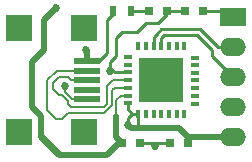
<source format=gbr>
G04 #@! TF.FileFunction,Copper,L1,Top,Signal*
%FSLAX46Y46*%
G04 Gerber Fmt 4.6, Leading zero omitted, Abs format (unit mm)*
G04 Created by KiCad (PCBNEW (2015-02-03 BZR 5404)-product) date 2016-5-14 22:59:46*
%MOMM*%
G01*
G04 APERTURE LIST*
%ADD10C,0.150000*%
%ADD11R,0.800000X0.750000*%
%ADD12R,0.797560X0.797560*%
%ADD13R,0.500000X0.900000*%
%ADD14R,0.800100X0.350520*%
%ADD15R,0.350520X0.800100*%
%ADD16R,1.899920X1.899920*%
%ADD17R,2.199640X1.524000*%
%ADD18O,2.199640X1.524000*%
%ADD19R,2.197100X2.197100*%
%ADD20R,2.197100X0.497840*%
%ADD21C,0.685800*%
%ADD22C,0.254000*%
%ADD23C,0.204000*%
%ADD24C,0.508000*%
G04 APERTURE END LIST*
D10*
D11*
X198386000Y-156210000D03*
X199886000Y-156210000D03*
X203950000Y-156210000D03*
X202450000Y-156210000D03*
X205220000Y-145034000D03*
X203720000Y-145034000D03*
D12*
X200672700Y-145034000D03*
X202171300Y-145034000D03*
D13*
X197624000Y-145034000D03*
X199124000Y-145034000D03*
D14*
X198826120Y-149575520D03*
X198826120Y-150225760D03*
X198826120Y-150876000D03*
X198826120Y-151526240D03*
D15*
X199725280Y-153728420D03*
X200375520Y-153728420D03*
X201025760Y-153728420D03*
X201676000Y-153728420D03*
X202326240Y-153728420D03*
X202976480Y-153728420D03*
X203626720Y-153728420D03*
D14*
X198826120Y-148925280D03*
D16*
X200726040Y-151825960D03*
X200726040Y-149926040D03*
X202625960Y-149926040D03*
X202625960Y-151825960D03*
D14*
X204528420Y-152877520D03*
X204528420Y-152227280D03*
X204528420Y-151577040D03*
X204528420Y-150876000D03*
X204528420Y-150276560D03*
X204528420Y-149626320D03*
X204528420Y-148976080D03*
D15*
X203626720Y-148026120D03*
X202976480Y-148026120D03*
X202326240Y-148026120D03*
X201676000Y-148026120D03*
X201025760Y-148026120D03*
X200375520Y-148026120D03*
X199725280Y-148026120D03*
D14*
X198826120Y-152176480D03*
X198826120Y-152826720D03*
D17*
X207772000Y-145542000D03*
D18*
X207772000Y-148082000D03*
X207772000Y-150622000D03*
X207772000Y-153162000D03*
X207772000Y-155702000D03*
D19*
X195135500Y-155305760D03*
D20*
X195414900Y-149278340D03*
X195414900Y-150078440D03*
X195414900Y-150876000D03*
X195414900Y-151673560D03*
X195414900Y-152473660D03*
D19*
X195135500Y-146446240D03*
X189636400Y-146446240D03*
X189636400Y-155305760D03*
D21*
X193548000Y-151384000D03*
X197358000Y-150114000D03*
X201168000Y-156464000D03*
X192786000Y-144780000D03*
X195326000Y-148336000D03*
X198882000Y-154686000D03*
D22*
X199886000Y-156210000D02*
X202450000Y-156210000D01*
X202171300Y-145300700D02*
X202171300Y-145288000D01*
X198374000Y-146812000D02*
X198628000Y-146812000D01*
X197866000Y-147320000D02*
X198374000Y-146812000D01*
X197866000Y-148844000D02*
X197866000Y-147320000D01*
X197358000Y-149352000D02*
X197866000Y-148844000D01*
X197358000Y-149860000D02*
X197358000Y-149352000D01*
X197485000Y-149987000D02*
X197358000Y-149860000D01*
X197723760Y-150225760D02*
X197485000Y-149987000D01*
X198826120Y-150225760D02*
X197723760Y-150225760D01*
X199644000Y-146812000D02*
X198628000Y-146812000D01*
X200406000Y-146050000D02*
X199644000Y-146812000D01*
X201422000Y-146050000D02*
X200406000Y-146050000D01*
X202171300Y-145300700D02*
X201422000Y-146050000D01*
X202171300Y-145034000D02*
X202171300Y-145300700D01*
X203720000Y-145034000D02*
X202171300Y-145034000D01*
D23*
X194129660Y-152473660D02*
X195414900Y-152473660D01*
X193548000Y-151892000D02*
X193548000Y-151638000D01*
X194129660Y-152473660D02*
X193548000Y-151892000D01*
X193548000Y-151384000D02*
X193548000Y-151638000D01*
D22*
X197485000Y-149987000D02*
X197358000Y-150114000D01*
X201422000Y-156210000D02*
X201168000Y-156464000D01*
X202450000Y-156210000D02*
X201422000Y-156210000D01*
X197866000Y-155690000D02*
X198386000Y-156210000D01*
X207518000Y-145288000D02*
X207772000Y-145542000D01*
D23*
X198243520Y-152176480D02*
X197866000Y-152554000D01*
X197866000Y-153924000D02*
X197866000Y-155690000D01*
X197866000Y-152554000D02*
X197866000Y-153924000D01*
X198826120Y-152176480D02*
X198243520Y-152176480D01*
D22*
X207264000Y-145034000D02*
X207772000Y-145542000D01*
X205220000Y-145034000D02*
X207264000Y-145034000D01*
X197104000Y-157226000D02*
X193294000Y-157226000D01*
X193294000Y-157226000D02*
X191516000Y-155448000D01*
X191516000Y-155448000D02*
X191516000Y-153924000D01*
X191516000Y-153924000D02*
X190754000Y-153162000D01*
X190754000Y-153162000D02*
X190754000Y-149352000D01*
X198120000Y-156210000D02*
X197104000Y-157226000D01*
D24*
X191770000Y-145796000D02*
X192786000Y-144780000D01*
X191770000Y-148336000D02*
X191770000Y-145796000D01*
X190754000Y-149352000D02*
X191770000Y-148336000D01*
X190754000Y-153162000D02*
X190754000Y-149352000D01*
X191516000Y-153924000D02*
X190754000Y-153162000D01*
X191516000Y-155702000D02*
X191516000Y-153924000D01*
X193040000Y-157226000D02*
X191516000Y-155702000D01*
X197104000Y-157226000D02*
X193040000Y-157226000D01*
X198120000Y-156210000D02*
X197104000Y-157226000D01*
X198386000Y-156210000D02*
X198120000Y-156210000D01*
X197866000Y-155690000D02*
X197866000Y-153924000D01*
X198386000Y-156210000D02*
X197866000Y-155690000D01*
D22*
X199194420Y-153728420D02*
X199725280Y-153728420D01*
X198826120Y-153360120D02*
X199194420Y-153728420D01*
X198826120Y-152826720D02*
X198826120Y-153360120D01*
X207264000Y-156210000D02*
X207772000Y-155702000D01*
X197612000Y-145300000D02*
X197624000Y-145288000D01*
X199898000Y-154940000D02*
X200406000Y-154940000D01*
X203200000Y-154940000D02*
X203950000Y-155690000D01*
X203950000Y-155690000D02*
X203950000Y-156210000D01*
X199725280Y-154767280D02*
X199898000Y-154940000D01*
X199725280Y-153728420D02*
X199725280Y-154767280D01*
X197104000Y-148590000D02*
X197104000Y-145808000D01*
X197104000Y-145808000D02*
X197624000Y-145288000D01*
X196415660Y-149278340D02*
X197104000Y-148590000D01*
X195414900Y-149278340D02*
X196415660Y-149278340D01*
X195414900Y-148424900D02*
X195326000Y-148336000D01*
X198882000Y-154686000D02*
X199136000Y-154940000D01*
X199136000Y-154940000D02*
X199898000Y-154940000D01*
D24*
X207772000Y-155702000D02*
X205486000Y-155702000D01*
X203962000Y-155702000D02*
X205486000Y-155702000D01*
X203200000Y-154940000D02*
X203962000Y-155702000D01*
X200406000Y-154940000D02*
X203200000Y-154940000D01*
X199136000Y-154940000D02*
X198882000Y-154686000D01*
X200406000Y-154940000D02*
X199136000Y-154940000D01*
X195414900Y-148424900D02*
X195326000Y-148336000D01*
X195414900Y-149278340D02*
X195414900Y-148424900D01*
D22*
X198882000Y-154040840D02*
X199194420Y-153728420D01*
X198882000Y-154686000D02*
X198882000Y-154040840D01*
X200672700Y-145034000D02*
X199124000Y-145034000D01*
D23*
X207264000Y-148336000D02*
X207772000Y-148336000D01*
D22*
X207010000Y-148082000D02*
X207772000Y-148082000D01*
X201025760Y-147208240D02*
X201295000Y-146939000D01*
X201025760Y-148026120D02*
X201025760Y-147208240D01*
X201676000Y-146558000D02*
X204978000Y-146558000D01*
X204978000Y-146558000D02*
X206502000Y-148082000D01*
X206502000Y-148082000D02*
X207772000Y-148082000D01*
X201295000Y-146939000D02*
X201676000Y-146558000D01*
X205994000Y-148844000D02*
X207772000Y-150622000D01*
X201930000Y-147066000D02*
X204724000Y-147066000D01*
X204724000Y-147066000D02*
X205994000Y-148336000D01*
X205994000Y-148336000D02*
X205994000Y-148844000D01*
X201676000Y-147320000D02*
X201930000Y-147066000D01*
X201676000Y-148026120D02*
X201676000Y-147320000D01*
D23*
X197509998Y-152908000D02*
X197509998Y-153010002D01*
X197509998Y-153010002D02*
X196850000Y-153670000D01*
X196850000Y-153670000D02*
X193802000Y-153670000D01*
X193802000Y-153670000D02*
X193294000Y-154178000D01*
X193294000Y-154178000D02*
X192786000Y-154178000D01*
X192786000Y-154178000D02*
X192024000Y-153416000D01*
X192024000Y-153416000D02*
X192024000Y-152400000D01*
X197509998Y-151740002D02*
X197723760Y-151526240D01*
X197723760Y-151526240D02*
X198826120Y-151526240D01*
X197509998Y-152908000D02*
X197509998Y-151740002D01*
X192024000Y-152400000D02*
X192024000Y-151638000D01*
X192024000Y-150876000D02*
X192821560Y-150078440D01*
X192821560Y-150078440D02*
X195414900Y-150078440D01*
X192024000Y-151638000D02*
X192024000Y-150876000D01*
X197104000Y-151384000D02*
X197104000Y-152146000D01*
X197612000Y-150876000D02*
X197104000Y-151384000D01*
X197104000Y-152146000D02*
X197104000Y-152908000D01*
X197104000Y-152908000D02*
X196850000Y-153162000D01*
X196850000Y-153162000D02*
X194056000Y-153162000D01*
X194056000Y-153162000D02*
X193802000Y-152908000D01*
X198826120Y-150876000D02*
X197612000Y-150876000D01*
X193294000Y-152146000D02*
X193802000Y-152654000D01*
X193802000Y-152654000D02*
X193802000Y-152908000D01*
X192786000Y-151892000D02*
X193040000Y-152146000D01*
X193040000Y-152146000D02*
X193294000Y-152146000D01*
X194056000Y-150876000D02*
X193802000Y-150622000D01*
X195414900Y-150876000D02*
X194056000Y-150876000D01*
X192786000Y-150876000D02*
X193040000Y-150622000D01*
X193040000Y-150622000D02*
X193802000Y-150622000D01*
X192532000Y-151638000D02*
X192532000Y-151130000D01*
X192532000Y-151130000D02*
X192786000Y-150876000D01*
X192786000Y-151892000D02*
X192532000Y-151638000D01*
M02*

</source>
